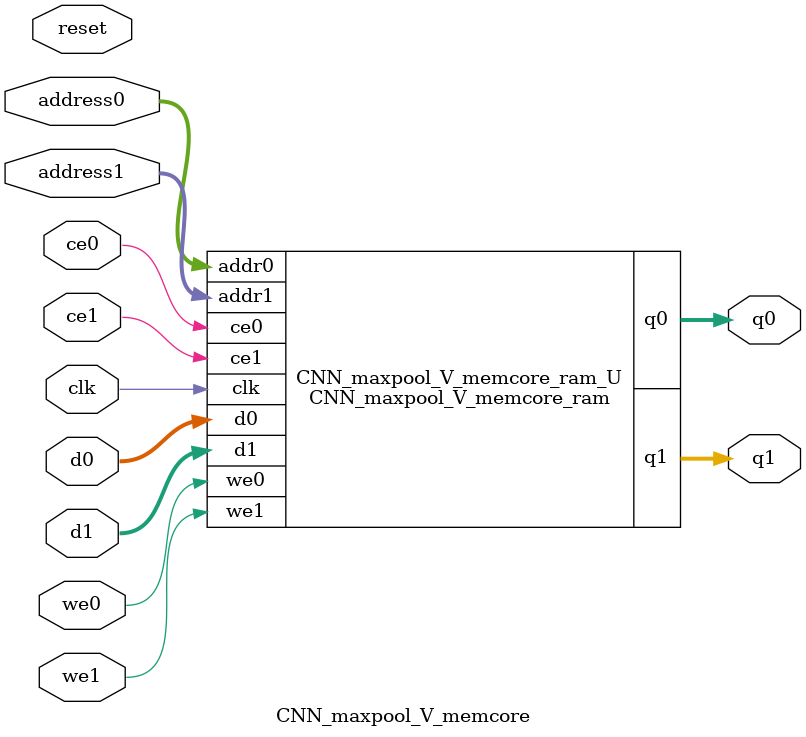
<source format=v>

`timescale 1 ns / 1 ps
module CNN_maxpool_V_memcore_ram (addr0, ce0, d0, we0, q0, addr1, ce1, d1, we1, q1,  clk);

parameter DWIDTH = 25;
parameter AWIDTH = 9;
parameter MEM_SIZE = 392;

input[AWIDTH-1:0] addr0;
input ce0;
input[DWIDTH-1:0] d0;
input we0;
output reg[DWIDTH-1:0] q0;
input[AWIDTH-1:0] addr1;
input ce1;
input[DWIDTH-1:0] d1;
input we1;
output reg[DWIDTH-1:0] q1;
input clk;

(* ram_style = "block" *)reg [DWIDTH-1:0] ram[0:MEM_SIZE-1];




always @(posedge clk)  
begin 
    if (ce0) 
    begin
        if (we0) 
        begin 
            ram[addr0] <= d0; 
            q0 <= d0;
        end 
        else 
            q0 <= ram[addr0];
    end
end


always @(posedge clk)  
begin 
    if (ce1) 
    begin
        if (we1) 
        begin 
            ram[addr1] <= d1; 
            q1 <= d1;
        end 
        else 
            q1 <= ram[addr1];
    end
end


endmodule


`timescale 1 ns / 1 ps
module CNN_maxpool_V_memcore(
    reset,
    clk,
    address0,
    ce0,
    we0,
    d0,
    q0,
    address1,
    ce1,
    we1,
    d1,
    q1);

parameter DataWidth = 32'd25;
parameter AddressRange = 32'd392;
parameter AddressWidth = 32'd9;
input reset;
input clk;
input[AddressWidth - 1:0] address0;
input ce0;
input we0;
input[DataWidth - 1:0] d0;
output[DataWidth - 1:0] q0;
input[AddressWidth - 1:0] address1;
input ce1;
input we1;
input[DataWidth - 1:0] d1;
output[DataWidth - 1:0] q1;



CNN_maxpool_V_memcore_ram CNN_maxpool_V_memcore_ram_U(
    .clk( clk ),
    .addr0( address0 ),
    .ce0( ce0 ),
    .we0( we0 ),
    .d0( d0 ),
    .q0( q0 ),
    .addr1( address1 ),
    .ce1( ce1 ),
    .we1( we1 ),
    .d1( d1 ),
    .q1( q1 ));

endmodule


</source>
